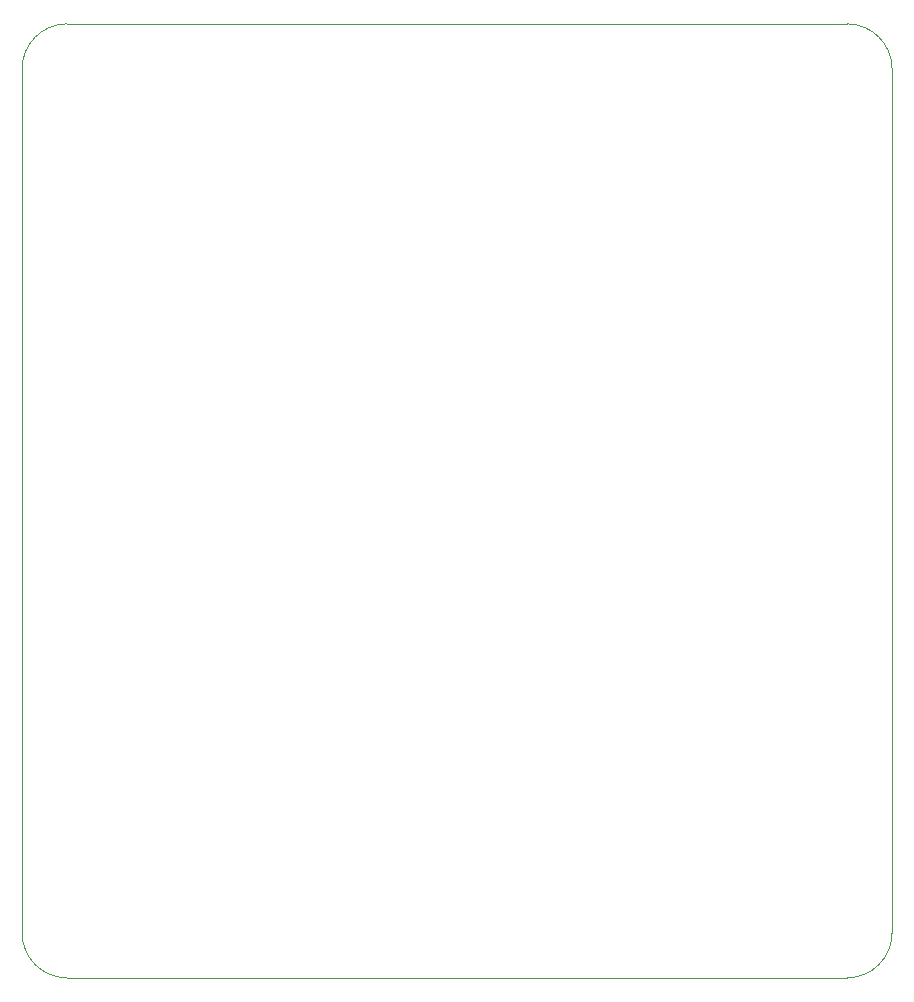
<source format=gbr>
G04 #@! TF.GenerationSoftware,KiCad,Pcbnew,(5.1.5)-3*
G04 #@! TF.CreationDate,2020-05-31T07:49:41+02:00*
G04 #@! TF.ProjectId,hotairpistol,686f7461-6972-4706-9973-746f6c2e6b69,rev?*
G04 #@! TF.SameCoordinates,Original*
G04 #@! TF.FileFunction,Profile,NP*
%FSLAX46Y46*%
G04 Gerber Fmt 4.6, Leading zero omitted, Abs format (unit mm)*
G04 Created by KiCad (PCBNEW (5.1.5)-3) date 2020-05-31 07:49:41*
%MOMM*%
%LPD*%
G04 APERTURE LIST*
%ADD10C,0.050000*%
G04 APERTURE END LIST*
D10*
X186690000Y-109728000D02*
G75*
G02X182880000Y-113538000I-3810000J0D01*
G01*
X116840000Y-113538000D02*
G75*
G02X113030000Y-109728000I0J3810000D01*
G01*
X113030000Y-36576000D02*
G75*
G02X116840000Y-32766000I3810000J0D01*
G01*
X182880000Y-32766000D02*
G75*
G02X186690000Y-36576000I0J-3810000D01*
G01*
X113030000Y-109728000D02*
X113030000Y-36576000D01*
X182880000Y-113538000D02*
X116840000Y-113538000D01*
X182880000Y-32766000D02*
X116840000Y-32766000D01*
X186690000Y-109728000D02*
X186690000Y-36576000D01*
M02*

</source>
